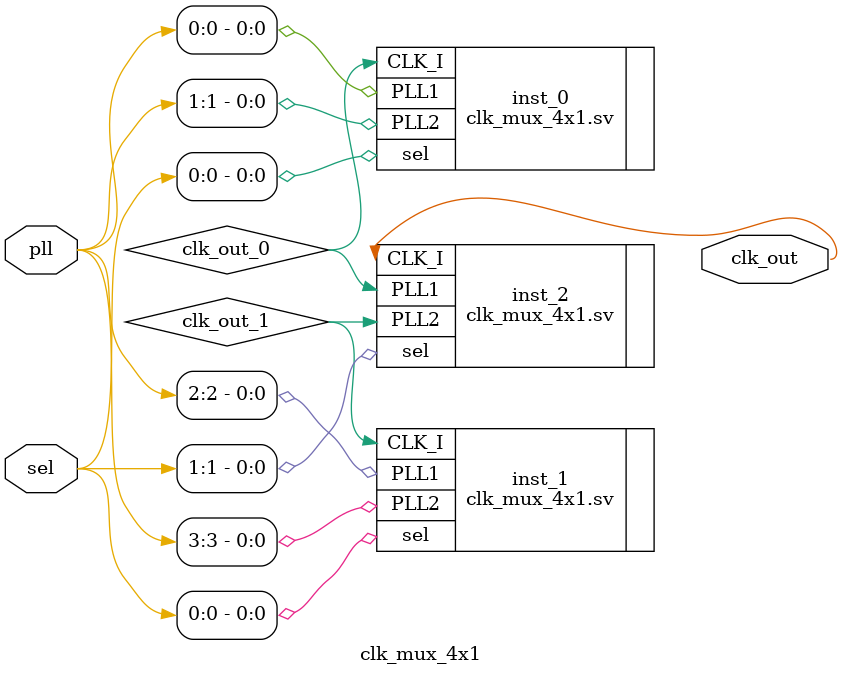
<source format=sv>
module clk_mux_4x1(input logic [1:0] sel,
                                    input logic [3:0] pll,
                                    output logic clk_out);

    logic clk_out_0;
    logic clk_out_1;

    clk_mux_4x1.sv inst_0 (.sel(sel[0]), .PLL1(pll[0]), .PLL2(pll[1]), .CLK_I(clk_out_0));


    clk_mux_4x1.sv inst_1 (.sel(sel[0]), .PLL1(pll[2]), .PLL2(pll[3]), .CLK_I(clk_out_1));


    clk_mux_4x1.sv inst_2 (.sel(sel[1]), .PLL1(clk_out_0), .PLL2(clk_out_1), .CLK_I(clk_out));

endmodule

</source>
